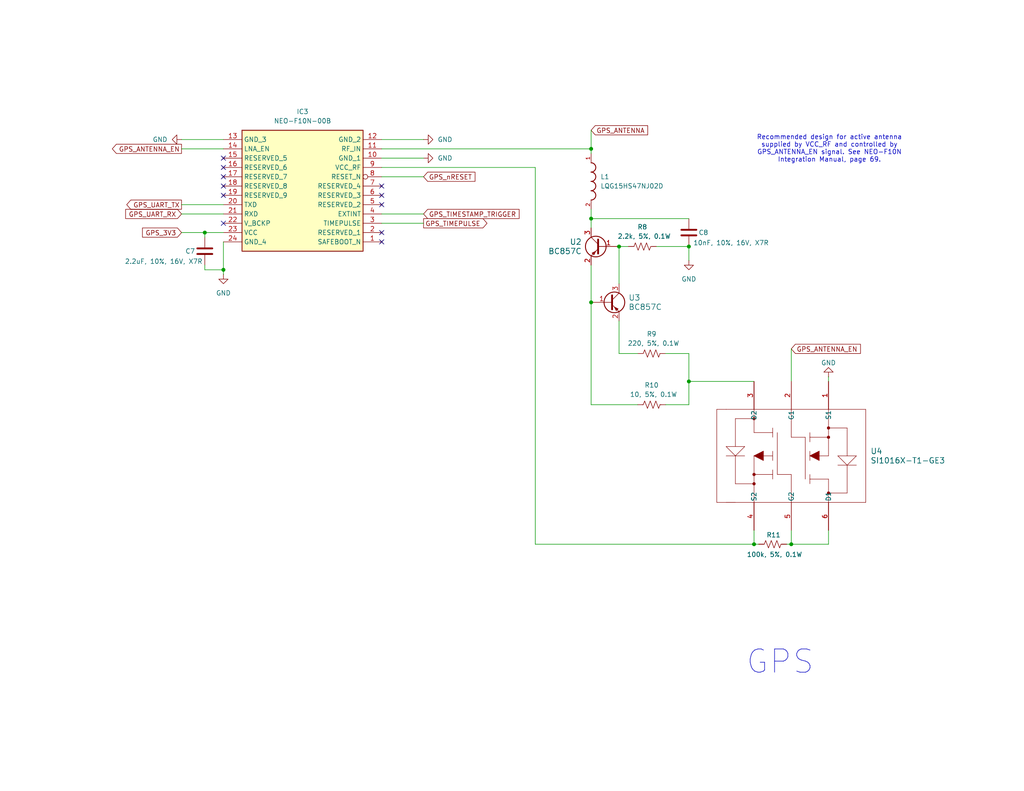
<source format=kicad_sch>
(kicad_sch (version 20231120) (generator "eeschema") (generator_version "8.0")
  (paper "USLetter")
  (title_block (title "CivicAlert") (rev "A") (company "Vanderbilt University"))
  (lib_symbols
    (symbol "2024-07-29_21-33-32:SI1016X-T1-GE3" (pin_names (offset 0.254))
      (property "Reference" "U" (at 20.32 17.78 0))
      (property "Value" "SI1016X-T1-GE3" (at 20.32 5.08 0))
      (symbol "SI1016X-T1-GE3_0_1"
        (polyline (pts (xy 7.62 -30.48) (xy 7.62 -27.94)) (stroke (width 0.127)))
        (polyline (pts (xy 7.62 -20.32) (xy 10.16 -20.32)) (stroke (width 0.127)))
        (polyline (pts (xy 7.62 -10.16) (xy 15.24 -10.16)) (stroke (width 0.127)))
        (polyline (pts (xy 7.62 0) (xy 20.32 0)) (stroke (width 0.127)))
        (polyline (pts (xy 7.62 10.16) (xy 7.62 -27.94)) (stroke (width 0.127)))
        (polyline (pts (xy 7.62 10.16) (xy 33.02 10.16)) (stroke (width 0.127)))
        (polyline (pts (xy 10.16 -25.4) (xy 10.16 -20.32)) (stroke (width 0.127)))
        (polyline (pts (xy 10.16 -20.32) (xy 13.97 -20.32)) (stroke (width 0.127)))
        (polyline (pts (xy 12.7 0) (xy 12.7 5.08)) (stroke (width 0.127)))
        (polyline (pts (xy 12.7 5.08) (xy 20.32 5.08)) (stroke (width 0.127)))
        (polyline (pts (xy 13.97 -20.32) (xy 13.97 -15.24)) (stroke (width 0.127)))
        (polyline (pts (xy 13.97 -15.24) (xy 12.7 -15.24)) (stroke (width 0.127)))
        (polyline (pts (xy 13.97 -15.24) (xy 15.24 -15.24)) (stroke (width 0.127)))
        (polyline (pts (xy 15.24 -10.16) (xy 15.24 -6.35)) (stroke (width 0.127)))
        (polyline (pts (xy 15.24 -6.35) (xy 26.67 -6.35)) (stroke (width 0.127)))
        (polyline (pts (xy 15.24 -5.08) (xy 13.97 -5.08)) (stroke (width 0.127)))
        (polyline (pts (xy 15.24 -5.08) (xy 16.51 -5.08)) (stroke (width 0.127)))
        (polyline (pts (xy 15.24 0) (xy 15.24 -5.08)) (stroke (width 0.127)))
        (polyline (pts (xy 17.78 -27.94) (xy 20.32 -25.4)) (stroke (width 0.127)))
        (polyline (pts (xy 17.78 -25.4) (xy 10.16 -25.4)) (stroke (width 0.127)))
        (polyline (pts (xy 17.78 -22.86) (xy 17.78 -27.94)) (stroke (width 0.127)))
        (polyline (pts (xy 17.78 -22.86) (xy 20.32 -25.4)) (stroke (width 0.127)))
        (polyline (pts (xy 19.05 -17.78) (xy 21.59 -17.78)) (stroke (width 0.127)))
        (polyline (pts (xy 19.05 -5.08) (xy 21.59 -5.08)) (stroke (width 0.127)))
        (polyline (pts (xy 19.05 -2.54) (xy 21.59 -2.54)) (stroke (width 0.127)))
        (polyline (pts (xy 20.32 -22.86) (xy 20.32 -27.94)) (stroke (width 0.127)))
        (polyline (pts (xy 20.32 -20.32) (xy 19.05 -17.78)) (stroke (width 0.127)))
        (polyline (pts (xy 20.32 -20.32) (xy 21.59 -17.78)) (stroke (width 0.127)))
        (polyline (pts (xy 20.32 -15.24) (xy 20.32 -20.32)) (stroke (width 0.127)))
        (polyline (pts (xy 20.32 -5.08) (xy 19.05 -2.54)) (stroke (width 0.127)))
        (polyline (pts (xy 20.32 -5.08) (xy 21.59 -2.54)) (stroke (width 0.127)))
        (polyline (pts (xy 20.32 0) (xy 20.32 -5.08)) (stroke (width 0.127)))
        (polyline (pts (xy 20.32 2.54) (xy 20.32 7.62)) (stroke (width 0.127)))
        (polyline (pts (xy 20.32 2.54) (xy 22.86 5.08)) (stroke (width 0.127)))
        (polyline (pts (xy 20.32 7.62) (xy 22.86 5.08)) (stroke (width 0.127)))
        (polyline (pts (xy 21.59 -15.24) (xy 19.05 -15.24)) (stroke (width 0.127)))
        (polyline (pts (xy 22.86 2.54) (xy 22.86 7.62)) (stroke (width 0.127)))
        (polyline (pts (xy 22.86 5.08) (xy 30.48 5.08)) (stroke (width 0.127)))
        (polyline (pts (xy 25.4 -20.32) (xy 25.4 -15.24)) (stroke (width 0.127)))
        (polyline (pts (xy 25.4 -15.24) (xy 24.13 -15.24)) (stroke (width 0.127)))
        (polyline (pts (xy 25.4 -15.24) (xy 26.67 -15.24)) (stroke (width 0.127)))
        (polyline (pts (xy 25.4 -13.97) (xy 13.97 -13.97)) (stroke (width 0.127)))
        (polyline (pts (xy 25.4 -10.16) (xy 25.4 -13.97)) (stroke (width 0.127)))
        (polyline (pts (xy 26.67 -5.08) (xy 25.4 -5.08)) (stroke (width 0.127)))
        (polyline (pts (xy 26.67 -5.08) (xy 27.94 -5.08)) (stroke (width 0.127)))
        (polyline (pts (xy 26.67 0) (xy 26.67 -5.08)) (stroke (width 0.127)))
        (polyline (pts (xy 27.94 -25.4) (xy 20.32 -25.4)) (stroke (width 0.127)))
        (polyline (pts (xy 27.94 -20.32) (xy 27.94 -25.4)) (stroke (width 0.127)))
        (polyline (pts (xy 30.48 0) (xy 26.67 0)) (stroke (width 0.127)))
        (polyline (pts (xy 30.48 0) (xy 33.02 0)) (stroke (width 0.127)))
        (polyline (pts (xy 30.48 5.08) (xy 30.48 0)) (stroke (width 0.127)))
        (polyline (pts (xy 33.02 -30.48) (xy 7.62 -30.48)) (stroke (width 0.127)))
        (polyline (pts (xy 33.02 -30.48) (xy 33.02 -25.4)) (stroke (width 0.127)))
        (polyline (pts (xy 33.02 -20.32) (xy 20.32 -20.32)) (stroke (width 0.127)))
        (polyline (pts (xy 33.02 -10.16) (xy 25.4 -10.16)) (stroke (width 0.127)))
        (polyline (pts (xy 33.02 10.16) (xy 33.02 -27.94)) (stroke (width 0.127)))
        (polyline (pts (xy 20.32 -20.32) (xy 19.05 -17.78) (xy 21.59 -17.78)) (fill (type outline)))
        (polyline (pts (xy 20.32 -5.08) (xy 19.05 -2.54) (xy 21.59 -2.54)) (fill (type outline)))
        (circle (center 10.16 -20.32) (radius 0.254) (stroke (width 0.3556)))
        (circle (center 12.7 0) (radius 0.254) (stroke (width 0.3556)))
        (circle (center 15.24 0) (radius 0.254) (stroke (width 0.3556)))
        (circle (center 25.4 -20.32) (radius 0.254) (stroke (width 0.3556)))
        (circle (center 27.94 -20.32) (radius 0.254) (stroke (width 0.3556)))
        (circle (center 30.48 0) (radius 0.254) (stroke (width 0.3556)))
        (pin bidirectional line (at 0 0 0) (length 7.62) (name "S1") (number "1"))
        (pin bidirectional line (at 0 -10.16 0) (length 7.62) (name "G1") (number "2"))
        (pin bidirectional line (at 0 -20.32 0) (length 7.62) (name "D2") (number "3"))
        (pin unspecified line (at 40.64 -20.32 180) (length 7.62) (name "S2") (number "4"))
        (pin bidirectional line (at 40.64 -10.16 180) (length 7.62) (name "G2") (number "5"))
        (pin bidirectional line (at 40.64 0 180) (length 7.62) (name "D1") (number "6"))
      )
    )
    (symbol "Device:C" (pin_numbers hide) (pin_names (offset 0.254))
      (property "Reference" "C" (at 0.635 2.54 0))
      (property "Value" "C" (at 0.635 -2.54 0))
      (symbol "C_0_1"
        (polyline (pts (xy -2.032 -0.762) (xy 2.032 -0.762)) (stroke (width 0.508)))
        (polyline (pts (xy -2.032 0.762) (xy 2.032 0.762)) (stroke (width 0.508)))
      )
      (symbol "C_1_1"
        (pin passive line (at 0 3.81 270) (length 2.794) (name "~") (number "1"))
        (pin passive line (at 0 -3.81 90) (length 2.794) (name "~") (number "2"))
      )
    )
    (symbol "Device:R_US" (pin_numbers hide) (pin_names (offset 0))
      (property "Reference" "R" (at 2.54 0 90))
      (property "Value" "R_US" (at -2.54 0 90))
      (symbol "R_US_0_1"
        (polyline (pts (xy 0 -2.286) (xy 0 -2.54)))
        (polyline (pts (xy 0 2.286) (xy 0 2.54)))
        (polyline (pts (xy 0 -0.762) (xy 1.016 -1.143) (xy 0 -1.524) (xy -1.016 -1.905) (xy 0 -2.286)))
        (polyline (pts (xy 0 0.762) (xy 1.016 0.381) (xy 0 0) (xy -1.016 -0.381) (xy 0 -0.762)))
        (polyline (pts (xy 0 2.286) (xy 1.016 1.905) (xy 0 1.524) (xy -1.016 1.143) (xy 0 0.762)))
      )
      (symbol "R_US_1_1"
        (pin passive line (at 0 3.81 270) (length 1.27) (name "~") (number "1"))
        (pin passive line (at 0 -3.81 90) (length 1.27) (name "~") (number "2"))
      )
    )
    (symbol "LQG15HS47NJ02D:LQG15HS47NJ02D" (pin_names (offset 1.016))
      (property "Reference" "L" (at -7.62 5.08 0))
      (property "Value" "LQG15HS47NJ02D" (at -7.62 2.54 0))
      (symbol "LQG15HS47NJ02D_0_0"
        (arc (start -2.54 0) (mid -3.81 1.2645) (end -5.08 0) (stroke (width 0.254)))
        (arc (start 0 0) (mid -1.27 1.2645) (end -2.54 0) (stroke (width 0.254)))
        (arc (start 2.54 0) (mid 1.27 1.2645) (end 0 0) (stroke (width 0.254)))
        (arc (start 5.08 0) (mid 3.81 1.2645) (end 2.54 0) (stroke (width 0.254)))
        (pin passive line (at -7.62 0 0) (length 2.54) (name "~") (number "1"))
        (pin passive line (at 7.62 0 180) (length 2.54) (name "~") (number "2"))
      )
    )
    (symbol "NEO-F10N-00B:NEO-F10N-00B"
      (property "Reference" "IC" (at 39.37 7.62 0))
      (property "Value" "NEO-F10N-00B" (at 39.37 5.08 0))
      (symbol "NEO-F10N-00B_1_1"
        (rectangle (start 5.08 2.54) (end 38.1 -30.48) (stroke (width 0.254)) (fill (type background)))
        (pin no_connect line (at 43.18 -27.94 180) (length 5.08) (name "SAFEBOOT_N") (number "1"))
        (pin power_in line (at 43.18 -5.08 180) (length 5.08) (name "GND_1") (number "10"))
        (pin input line (at 43.18 -2.54 180) (length 5.08) (name "RF_IN") (number "11"))
        (pin power_in line (at 43.18 0 180) (length 5.08) (name "GND_2") (number "12"))
        (pin power_in line (at 0 0 0) (length 5.08) (name "GND_3") (number "13"))
        (pin output line (at 0 -2.54 0) (length 5.08) (name "LNA_EN") (number "14"))
        (pin no_connect line (at 0 -5.08 0) (length 5.08) (name "RESERVED_5") (number "15"))
        (pin no_connect line (at 0 -7.62 0) (length 5.08) (name "RESERVED_6") (number "16"))
        (pin no_connect line (at 0 -10.16 0) (length 5.08) (name "RESERVED_7") (number "17"))
        (pin no_connect line (at 0 -12.7 0) (length 5.08) (name "RESERVED_8") (number "18"))
        (pin no_connect line (at 0 -15.24 0) (length 5.08) (name "RESERVED_9") (number "19"))
        (pin no_connect line (at 43.18 -25.4 180) (length 5.08) (name "RESERVED_1") (number "2"))
        (pin output line (at 0 -17.78 0) (length 5.08) (name "TXD") (number "20"))
        (pin input line (at 0 -20.32 0) (length 5.08) (name "RXD") (number "21"))
        (pin power_in line (at 0 -22.86 0) (length 5.08) (name "V_BCKP") (number "22"))
        (pin power_in line (at 0 -25.4 0) (length 5.08) (name "VCC") (number "23"))
        (pin power_in line (at 0 -27.94 0) (length 5.08) (name "GND_4") (number "24"))
        (pin output line (at 43.18 -22.86 180) (length 5.08) (name "TIMEPULSE") (number "3"))
        (pin input line (at 43.18 -20.32 180) (length 5.08) (name "EXTINT") (number "4"))
        (pin no_connect line (at 43.18 -17.78 180) (length 5.08) (name "RESERVED_2") (number "5"))
        (pin no_connect line (at 43.18 -15.24 180) (length 5.08) (name "RESERVED_3") (number "6"))
        (pin no_connect line (at 43.18 -12.7 180) (length 5.08) (name "RESERVED_4") (number "7"))
        (pin input inverted (at 43.18 -10.16 180) (length 5.08) (name "RESET_N") (number "8"))
        (pin power_out line (at 43.18 -7.62 180) (length 5.08) (name "VCC_RF") (number "9"))
      )
    )
    (symbol "Transistor_BJT:BC857" (pin_names (offset 0) hide)
      (property "Reference" "Q" (at 5.08 1.905 0))
      (property "Value" "BC857" (at 5.08 0 0))
      (symbol "BC857_0_1"
        (polyline (pts (xy 0.635 0.635) (xy 2.54 2.54)))
        (polyline (pts (xy 0.635 -0.635) (xy 2.54 -2.54) (xy 2.54 -2.54)))
        (polyline (pts (xy 0.635 1.905) (xy 0.635 -1.905) (xy 0.635 -1.905)) (stroke (width 0.508)))
        (polyline (pts (xy 2.286 -1.778) (xy 1.778 -2.286) (xy 1.27 -1.27) (xy 2.286 -1.778) (xy 2.286 -1.778)) (fill (type outline)))
        (circle (center 1.27 0) (radius 2.8194) (stroke (width 0.254)))
      )
      (symbol "BC857_1_1"
        (pin input line (at -5.08 0 0) (length 5.715) (name "B") (number "1"))
        (pin passive line (at 2.54 -5.08 90) (length 2.54) (name "E") (number "2"))
        (pin passive line (at 2.54 5.08 270) (length 2.54) (name "C") (number "3"))
      )
    )
    (symbol "power:GND" (power) (pin_numbers hide) (pin_names (offset 0) hide)
      (property "Value" "GND" (at 0 -3.81 0))
      (symbol "GND_0_1"
        (polyline (pts (xy 0 0) (xy 0 -1.27) (xy 1.27 -1.27) (xy 0 -2.54) (xy -1.27 -1.27) (xy 0 -1.27)))
      )
      (symbol "GND_1_1"
        (pin power_in line (at 0 0 270) (length 0) (name "~") (number "1"))
      )
    )
  )
  (junction (at 55.88 63.5))
  (junction (at 205.74 148.59))
  (junction (at 161.29 59.69))
  (junction (at 161.29 40.64))
  (junction (at 187.96 104.14))
  (junction (at 161.29 82.55))
  (junction (at 187.96 67.31))
  (junction (at 215.9 148.59))
  (junction (at 168.91 67.31))
  (junction (at 60.96 73.66))
  (no_connect (at 60.96 48.26))
  (no_connect (at 60.96 50.8))
  (no_connect (at 60.96 60.96))
  (no_connect (at 60.96 45.72))
  (no_connect (at 104.14 55.88))
  (no_connect (at 104.14 50.8))
  (no_connect (at 104.14 66.04))
  (no_connect (at 104.14 63.5))
  (no_connect (at 60.96 53.34))
  (no_connect (at 60.96 43.18))
  (no_connect (at 104.14 53.34))
  (wire (pts (xy 104.14 58.42) (xy 115.57 58.42)))
  (wire (pts (xy 161.29 41.91) (xy 161.29 40.64)))
  (wire (pts (xy 161.29 82.55) (xy 161.29 110.49)))
  (wire (pts (xy 49.53 58.42) (xy 60.96 58.42)))
  (wire (pts (xy 49.53 40.64) (xy 60.96 40.64)))
  (wire (pts (xy 168.91 67.31) (xy 168.91 77.47)))
  (wire (pts (xy 168.91 67.31) (xy 171.45 67.31)))
  (wire (pts (xy 49.53 63.5) (xy 55.88 63.5)))
  (wire (pts (xy 168.91 96.52) (xy 173.99 96.52)))
  (wire (pts (xy 205.74 144.78) (xy 205.74 148.59)))
  (wire (pts (xy 49.53 38.1) (xy 60.96 38.1)))
  (wire (pts (xy 49.53 55.88) (xy 60.96 55.88)))
  (wire (pts (xy 187.96 104.14) (xy 187.96 110.49)))
  (wire (pts (xy 104.14 48.26) (xy 115.57 48.26)))
  (wire (pts (xy 226.06 144.78) (xy 226.06 148.59)))
  (wire (pts (xy 104.14 40.64) (xy 161.29 40.64)))
  (wire (pts (xy 179.07 67.31) (xy 187.96 67.31)))
  (wire (pts (xy 161.29 59.69) (xy 161.29 62.23)))
  (wire (pts (xy 187.96 104.14) (xy 205.74 104.14)))
  (wire (pts (xy 181.61 96.52) (xy 187.96 96.52)))
  (wire (pts (xy 60.96 66.04) (xy 60.96 73.66)))
  (wire (pts (xy 55.88 72.39) (xy 55.88 73.66)))
  (wire (pts (xy 226.06 102.87) (xy 226.06 104.14)))
  (wire (pts (xy 173.99 110.49) (xy 161.29 110.49)))
  (wire (pts (xy 168.91 87.63) (xy 168.91 96.52)))
  (wire (pts (xy 161.29 57.15) (xy 161.29 59.69)))
  (wire (pts (xy 104.14 43.18) (xy 115.57 43.18)))
  (wire (pts (xy 161.29 72.39) (xy 161.29 82.55)))
  (wire (pts (xy 104.14 60.96) (xy 115.57 60.96)))
  (wire (pts (xy 205.74 148.59) (xy 207.01 148.59)))
  (wire (pts (xy 161.29 59.69) (xy 187.96 59.69)))
  (wire (pts (xy 187.96 67.31) (xy 187.96 71.12)))
  (wire (pts (xy 146.05 45.72) (xy 146.05 148.59)))
  (wire (pts (xy 187.96 96.52) (xy 187.96 104.14)))
  (wire (pts (xy 215.9 95.25) (xy 215.9 104.14)))
  (wire (pts (xy 146.05 148.59) (xy 205.74 148.59)))
  (wire (pts (xy 55.88 63.5) (xy 60.96 63.5)))
  (wire (pts (xy 55.88 64.77) (xy 55.88 63.5)))
  (wire (pts (xy 104.14 45.72) (xy 146.05 45.72)))
  (wire (pts (xy 215.9 144.78) (xy 215.9 148.59)))
  (wire (pts (xy 104.14 38.1) (xy 115.57 38.1)))
  (wire (pts (xy 55.88 73.66) (xy 60.96 73.66)))
  (wire (pts (xy 226.06 148.59) (xy 215.9 148.59)))
  (wire (pts (xy 215.9 148.59) (xy 214.63 148.59)))
  (wire (pts (xy 161.29 35.56) (xy 161.29 40.64)))
  (wire (pts (xy 60.96 74.93) (xy 60.96 73.66)))
  (wire (pts (xy 187.96 110.49) (xy 181.61 110.49)))
  (text "GPS" (at 212.852 180.848 0) (effects (font (size 6.35 6.35))))
  (text "Recommended design for active antenna\nsupplied by VCC_RF and controlled by\nGPS_ANTENNA_EN signal. See NEO-F10N\nIntegration Manual, page 69." (at 226.314 40.64 0) (effects (font (size 1.27 1.27))))
  (global_label "GPS_nRESET" (shape input) (at 115.57 48.26 0) (property "Intersheetrefs" "${INTERSHEET_REFS}" (effects (hide yes))))
  (global_label "GPS_TIMESTAMP_TRIGGER" (shape input) (at 115.57 58.42 0) (property "Intersheetrefs" "${INTERSHEET_REFS}" (effects (hide yes))))
  (global_label "GPS_UART_RX" (shape input) (at 49.53 58.42 180) (property "Intersheetrefs" "${INTERSHEET_REFS}" (effects (hide yes))))
  (global_label "GPS_3V3" (shape input) (at 49.53 63.5 180) (property "Intersheetrefs" "${INTERSHEET_REFS}" (effects (hide yes))))
  (global_label "GPS_ANTENNA" (shape input) (at 161.29 35.56 0) (property "Intersheetrefs" "${INTERSHEET_REFS}" (effects (hide yes))))
  (global_label "GPS_UART_TX" (shape output) (at 49.53 55.88 180) (property "Intersheetrefs" "${INTERSHEET_REFS}" (effects (hide yes))))
  (global_label "GPS_TIMEPULSE" (shape output) (at 115.57 60.96 0) (property "Intersheetrefs" "${INTERSHEET_REFS}" (effects (hide yes))))
  (global_label "GPS_ANTENNA_EN" (shape output) (at 49.53 40.64 180) (property "Intersheetrefs" "${INTERSHEET_REFS}" (effects (hide yes))))
  (global_label "GPS_ANTENNA_EN" (shape input) (at 215.9 95.25 0) (property "Intersheetrefs" "${INTERSHEET_REFS}" (effects (hide yes))))
  (symbol (lib_id "Device:C") (at 187.96 63.5 0) (mirror y) (unit 1)
    (property "Reference" "C8" (at 193.294 63.5 0) (effects (justify left)))
    (property "Value" "10nF, 10%, 16V, X7R" (at 209.804 66.294 0) (effects (justify left)))
    (property "Description" "Unpolarized capacitor" (effects (hide yes)))
  )
  (symbol (lib_id "power:GND") (at 187.96 71.12 0) (unit 1)
    (property "Reference" "#PWR012" (effects (hide yes)))
    (property "Value" "GND" (at 187.96 76.2 0))
    (property "Description" "Power symbol creates a global label with name \"GND\" , ground" (effects (hide yes)))
  )
  (symbol (lib_id "Transistor_BJT:BC857") (at 166.37 82.55 0) (unit 1)
    (property "Reference" "U3" (at 171.45 81.2799 0) (effects (font (size 1.524 1.524)) (justify left)))
    (property "Value" "BC857C" (at 171.45 83.8199 0) (effects (font (size 1.524 1.524)) (justify left)))
    (property "Footprint" "Package_TO_SOT_SMD:SOT-23" (effects (hide yes)))
    (property "Datasheet" "https://www.onsemi.com/pub/Collateral/BC860-D.pdf" (effects (hide yes)))
    (property "Description" "0.1A Ic, 45V Vce, PNP Transistor, SOT-23" (effects (hide yes)))
  )
  (symbol (lib_id "power:GND") (at 115.57 43.18 90) (unit 1)
    (property "Reference" "#PWR011" (effects (hide yes)))
    (property "Value" "GND" (at 119.38 43.1799 90) (effects (justify right)))
    (property "Description" "Power symbol creates a global label with name \"GND\" , ground" (effects (hide yes)))
  )
  (symbol (lib_id "Transistor_BJT:BC857") (at 163.83 67.31 0) (mirror y) (unit 1)
    (property "Reference" "U2" (at 158.75 66.0399 0) (effects (font (size 1.524 1.524)) (justify left)))
    (property "Value" "BC857C" (at 158.75 68.5799 0) (effects (font (size 1.524 1.524)) (justify left)))
    (property "Footprint" "Package_TO_SOT_SMD:SOT-23" (effects (hide yes)))
    (property "Datasheet" "https://www.onsemi.com/pub/Collateral/BC860-D.pdf" (effects (hide yes)))
    (property "Description" "0.1A Ic, 45V Vce, PNP Transistor, SOT-23" (effects (hide yes)))
  )
  (symbol (lib_id "Device:R_US") (at 177.8 110.49 270) (unit 1)
    (property "Reference" "R10" (at 177.8 105.156 90))
    (property "Value" "10, 5%, 0.1W" (at 178.308 107.696 90))
    (property "Description" "Resistor, US symbol" (effects (hide yes)))
  )
  (symbol (lib_id "Device:C") (at 55.88 68.58 0) (unit 1)
    (property "Reference" "C7" (at 50.546 68.58 0) (effects (justify left)))
    (property "Value" "2.2uF, 10%, 16V, X7R" (at 34.036 71.374 0) (effects (justify left)))
    (property "Description" "Unpolarized capacitor" (effects (hide yes)))
  )
  (symbol (lib_id "Device:R_US") (at 210.82 148.59 270) (unit 1)
    (property "Reference" "R11" (at 211.074 146.05 90))
    (property "Value" "100k, 5%, 0.1W" (at 211.328 151.384 90))
    (property "Description" "Resistor, US symbol" (effects (hide yes)))
  )
  (symbol (lib_id "Device:R_US") (at 175.26 67.31 270) (unit 1)
    (property "Reference" "R8" (at 175.26 61.976 90))
    (property "Value" "2.2k, 5%, 0.1W" (at 175.768 64.516 90))
    (property "Description" "Resistor, US symbol" (effects (hide yes)))
  )
  (symbol (lib_id "2024-07-29_21-33-32:SI1016X-T1-GE3") (at 226.06 104.14 270) (unit 1)
    (property "Reference" "U4" (at 237.49 123.1899 90) (effects (font (size 1.524 1.524)) (justify left)))
    (property "Value" "SI1016X-T1-GE3" (at 237.49 125.7299 90) (effects (font (size 1.524 1.524)) (justify left)))
    (property "Footprint" "SOT_X-T1-GE3_VIS" (effects (hide yes)))
    (property "Datasheet" "SI1016X-T1-GE3" (effects (hide yes)))
  )
  (symbol (lib_id "Device:R_US") (at 177.8 96.52 270) (unit 1)
    (property "Reference" "R9" (at 177.8 91.186 90))
    (property "Value" "220, 5%, 0.1W" (at 178.308 93.726 90))
    (property "Description" "Resistor, US symbol" (effects (hide yes)))
  )
  (symbol (lib_id "power:GND") (at 115.57 38.1 90) (unit 1)
    (property "Reference" "#PWR010" (effects (hide yes)))
    (property "Value" "GND" (at 119.38 38.0999 90) (effects (justify right)))
    (property "Description" "Power symbol creates a global label with name \"GND\" , ground" (effects (hide yes)))
  )
  (symbol (lib_id "power:GND") (at 49.53 38.1 270) (unit 1)
    (property "Reference" "#PWR09" (effects (hide yes)))
    (property "Value" "GND" (at 45.72 38.0999 90) (effects (justify right)))
    (property "Description" "Power symbol creates a global label with name \"GND\" , ground" (effects (hide yes)))
  )
  (symbol (lib_id "NEO-F10N-00B:NEO-F10N-00B") (at 60.96 38.1 0) (unit 1)
    (property "Reference" "IC3" (at 82.55 30.48 0))
    (property "Value" "NEO-F10N-00B" (at 82.55 33.02 0))
    (property "Footprint" "NEOF10N00B" (effects (hide yes)))
    (property "Datasheet" "https://content.u-blox.com/sites/default/files/documents/NEO-F10N_DataSheet_UBX-23002117.pdf" (effects (hide yes)))
    (property "Description" "GNSS / GPS Modules u-blox F10 GNSS module Flash, TCXO, SAW, LNA LCC, 12x16 mm, 250 pcs/reel" (effects (hide yes)))
    (property "Height" "2.6" (effects (hide yes)))
    (property "Mouser Part Number" "377-NEO-F10N-00B" (effects (hide yes)))
    (property "Mouser Price/Stock" "https://www.mouser.co.uk/ProductDetail/u-blox/NEO-F10N-00B?qs=Imq1NPwxi76uVH%2FItRhLgw%3D%3D" (effects (hide yes)))
    (property "Manufacturer_Name" "u-blox" (effects (hide yes)))
    (property "Manufacturer_Part_Number" "NEO-F10N-00B" (effects (hide yes)))
  )
  (symbol (lib_id "LQG15HS47NJ02D:LQG15HS47NJ02D") (at 161.29 49.53 270) (unit 1)
    (property "Reference" "L1" (at 163.83 48.2599 90) (effects (justify left)))
    (property "Value" "LQG15HS47NJ02D" (at 163.83 50.7999 90) (effects (justify left)))
    (property "Footprint" "LQG15HS47NJ02D:INDC1005X55N" (effects (hide yes)))
  )
  (symbol (lib_id "power:GND") (at 60.96 74.93 0) (unit 1)
    (property "Reference" "#PWR08" (effects (hide yes)))
    (property "Value" "GND" (at 60.96 80.01 0))
    (property "Description" "Power symbol creates a global label with name \"GND\" , ground" (effects (hide yes)))
  )
  (symbol (lib_id "power:GND") (at 226.06 102.87 180) (unit 1)
    (property "Reference" "#PWR013" (effects (hide yes)))
    (property "Value" "GND" (at 226.06 99.06 0))
    (property "Description" "Power symbol creates a global label with name \"GND\" , ground" (effects (hide yes)))
  )
)
</source>
